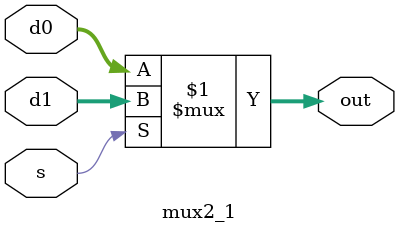
<source format=sv>
module mux2_1 #(parameter WIDTH = 16) (input logic [WIDTH-1:0] d0,d1,
													input logic s,
													output logic [WIDTH-1:0] out);
													
	assign out = s ? d1 : d0;
	
	
endmodule
</source>
